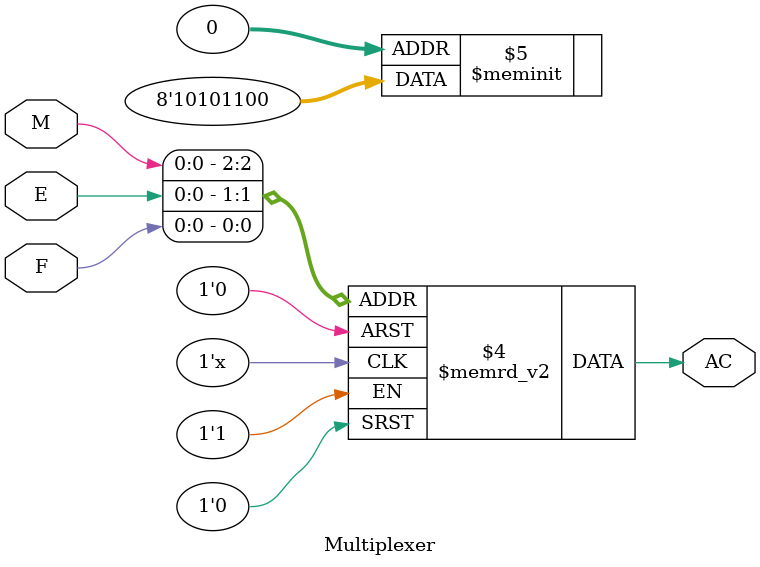
<source format=v>



// Generated by Quartus Prime Version 18.0 (Build Build 614 04/24/2018)
// Created on Wed Sep 19 15:45:44 2018

//  Module Declaration
module Multiplexer
(
// {{ALTERA_ARGS_BEGIN}} DO NOT REMOVE THIS LINE!
E, F, M, AC
// {{ALTERA_ARGS_END}} DO NOT REMOVE THIS LINE!
);
// Port Declaration

// {{ALTERA_IO_BEGIN}} DO NOT REMOVE THIS LINE!
input E;
input F;
input M;
output AC;
// {{ALTERA_IO_END}} DO NOT REMOVE THIS LINE!
	reg AC;
	always@(M)
	begin
		case({M,E,F})
			3'b000: AC= 'b0;
			3'b001: AC= 'b0;
			3'b010: AC= 'b1;
			3'b011: AC= 'b1;
			3'b100: AC= 'b0;
			3'b101: AC= 'b1;
			3'b110: AC= 'b0;
			3'b111: AC= 'b1;
		endcase
	end

endmodule

</source>
